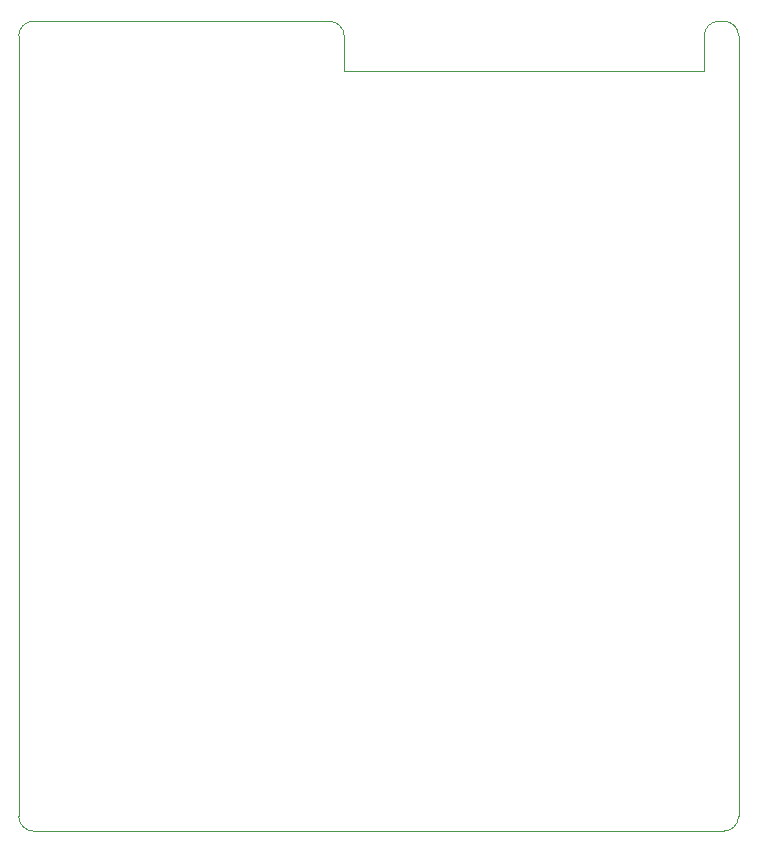
<source format=gbr>
%TF.GenerationSoftware,KiCad,Pcbnew,8.0.1*%
%TF.CreationDate,2025-01-16T17:49:12-07:00*%
%TF.ProjectId,WDM_RevB_v3,57444d5f-5265-4764-925f-76332e6b6963,rev?*%
%TF.SameCoordinates,Original*%
%TF.FileFunction,Profile,NP*%
%FSLAX46Y46*%
G04 Gerber Fmt 4.6, Leading zero omitted, Abs format (unit mm)*
G04 Created by KiCad (PCBNEW 8.0.1) date 2025-01-16 17:49:12*
%MOMM*%
%LPD*%
G01*
G04 APERTURE LIST*
%TA.AperFunction,Profile*%
%ADD10C,0.100000*%
%TD*%
G04 APERTURE END LIST*
D10*
X114012546Y-46621241D02*
X114012546Y-49542241D01*
X114012546Y-49542241D02*
X144492546Y-49542241D01*
X144492546Y-46621241D02*
G75*
G02*
X145762546Y-45351246I1269954J41D01*
G01*
X144492546Y-49542241D02*
X144492546Y-46621241D01*
X146143546Y-45351241D02*
G75*
G02*
X147413459Y-46621241I-46J-1269959D01*
G01*
X146143546Y-113931241D02*
X87723546Y-113931241D01*
X147413546Y-112661241D02*
G75*
G02*
X146143546Y-113931246I-1270046J41D01*
G01*
X86453546Y-46621241D02*
G75*
G02*
X87723546Y-45351246I1269954J41D01*
G01*
X147413546Y-46621241D02*
X147413546Y-112661241D01*
X87723546Y-45351241D02*
X112742546Y-45351241D01*
X86451424Y-46621241D02*
X86451424Y-112661241D01*
X87723546Y-113931241D02*
G75*
G02*
X86453459Y-112661241I-46J1270041D01*
G01*
X145762546Y-45351241D02*
X146143546Y-45351241D01*
X112742546Y-45351241D02*
G75*
G02*
X114012459Y-46621241I-46J-1269959D01*
G01*
M02*

</source>
